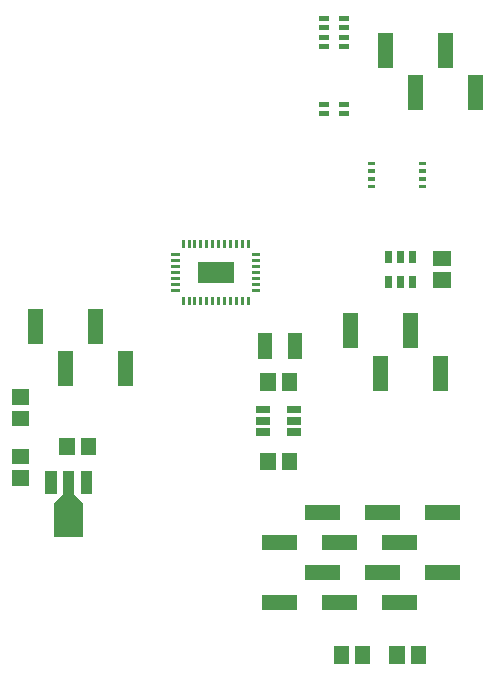
<source format=gbr>
G04 start of page 10 for group -4015 idx -4015 *
G04 Title: (unknown), toppaste *
G04 Creator: pcb 20140316 *
G04 CreationDate: Thu 22 Dec 2016 06:12:03 PM GMT UTC *
G04 For: ndholmes *
G04 Format: Gerber/RS-274X *
G04 PCB-Dimensions (mil): 2100.00 2700.00 *
G04 PCB-Coordinate-Origin: lower left *
%MOIN*%
%FSLAX25Y25*%
%LNTOPPASTE*%
%ADD94R,0.0120X0.0120*%
%ADD93R,0.0167X0.0167*%
%ADD92R,0.0500X0.0500*%
%ADD91R,0.0244X0.0244*%
%ADD90R,0.0490X0.0490*%
%ADD89R,0.0700X0.0700*%
%ADD88R,0.0098X0.0098*%
%ADD87C,0.0001*%
%ADD86R,0.0945X0.0945*%
%ADD85R,0.0378X0.0378*%
%ADD84R,0.0512X0.0512*%
%ADD83R,0.0240X0.0240*%
G54D83*X165500Y165800D02*Y164200D01*
X161600Y165800D02*Y164200D01*
X157700Y165800D02*Y164200D01*
Y157600D02*Y156000D01*
X161600Y157600D02*Y156000D01*
X165500Y157600D02*Y156000D01*
G54D84*X57543Y102393D02*Y101607D01*
X50457Y102393D02*Y101607D01*
X34607Y98543D02*X35393D01*
X34607Y91457D02*X35393D01*
G54D85*X56906Y91989D02*Y87895D01*
X51000Y91989D02*Y80179D01*
G54D86*Y78445D02*Y76555D01*
G54D87*G36*
X52885Y86010D02*X55725Y83170D01*
X54305Y81750D01*
X51465Y84590D01*
X52885Y86010D01*
G37*
G36*
X46275Y83170D02*X49115Y86010D01*
X50535Y84590D01*
X47695Y81750D01*
X46275Y83170D01*
G37*
G54D85*X45094Y91989D02*Y87895D01*
G54D88*X110827Y170335D02*Y168563D01*
X108858Y170335D02*Y168563D01*
X106890Y170335D02*Y168563D01*
X104921Y170335D02*Y168563D01*
X102953Y170335D02*Y168563D01*
X100984Y170335D02*Y168563D01*
X99016Y170335D02*Y168563D01*
X97047Y170335D02*Y168563D01*
X95079Y170335D02*Y168563D01*
X93110Y170335D02*Y168563D01*
X91142Y170335D02*Y168563D01*
X89173Y170335D02*Y168563D01*
X85728Y165906D02*X87500D01*
X85728Y163937D02*X87500D01*
X85728Y161969D02*X87500D01*
X85728Y160000D02*X87500D01*
X85728Y158031D02*X87500D01*
X85728Y156063D02*X87500D01*
X85728Y154094D02*X87500D01*
X89173Y151437D02*Y149665D01*
X91142Y151437D02*Y149665D01*
X93110Y151437D02*Y149665D01*
X95079Y151437D02*Y149665D01*
X97047Y151437D02*Y149665D01*
X99016Y151437D02*Y149665D01*
X100984Y151437D02*Y149665D01*
X102953Y151437D02*Y149665D01*
X104921Y151437D02*Y149665D01*
X106890Y151437D02*Y149665D01*
X108858Y151437D02*Y149665D01*
X110827Y151437D02*Y149665D01*
X112500Y154094D02*X114272D01*
X112500Y156063D02*X114272D01*
X112500Y158031D02*X114272D01*
X112500Y160000D02*X114272D01*
X112500Y161969D02*X114272D01*
X112500Y163937D02*X114272D01*
X112500Y165906D02*X114272D01*
G54D89*X97500Y160000D02*X102500D01*
G54D84*X34607Y111414D02*X35393D01*
X34607Y118500D02*X35393D01*
G54D90*X116500Y137300D02*Y133700D01*
X126500Y137300D02*Y133700D01*
G54D84*X117457Y123893D02*Y123107D01*
X124543Y123893D02*Y123107D01*
G54D91*X124976Y106760D02*X127339D01*
X124976Y110500D02*X127339D01*
X124976Y114240D02*X127339D01*
X114661D02*X117024D01*
X114661Y110500D02*X117024D01*
X114661Y106760D02*X117024D01*
G54D84*X117457Y97393D02*Y96607D01*
X124543Y97393D02*Y96607D01*
X175107Y157457D02*X175893D01*
X175107Y164543D02*X175893D01*
G54D92*X40000Y145327D02*Y138674D01*
X50000Y131154D02*Y124501D01*
X60000Y145327D02*Y138674D01*
X70000Y131154D02*Y124501D01*
G54D84*X160457Y32893D02*Y32107D01*
X167543Y32893D02*Y32107D01*
G54D92*X172174Y80000D02*X178827D01*
X158001Y70000D02*X164654D01*
X172174Y60000D02*X178827D01*
X158001Y50000D02*X164654D01*
X152174Y80000D02*X158827D01*
X138001Y70000D02*X144654D01*
X152174Y60000D02*X158827D01*
X138001Y50000D02*X144654D01*
X132174Y80000D02*X138827D01*
X118001Y70000D02*X124654D01*
X132174Y60000D02*X138827D01*
X118001Y50000D02*X124654D01*
X175000Y129740D02*Y123087D01*
X165000Y143913D02*Y137260D01*
X155000Y129740D02*Y123087D01*
X145000Y143913D02*Y137260D01*
G54D93*X141913Y235276D02*X143783D01*
X141913Y238425D02*X143783D01*
X141913Y241575D02*X143783D01*
X141913Y244724D02*X143783D01*
X135217D02*X137087D01*
X135217Y241575D02*X137087D01*
X135217Y238425D02*X137087D01*
X135217Y235276D02*X137087D01*
G54D84*X141914Y32893D02*Y32107D01*
X149000Y32893D02*Y32107D01*
G54D92*X186500Y223240D02*Y216587D01*
X176500Y237413D02*Y230760D01*
X166500Y223240D02*Y216587D01*
X156500Y237413D02*Y230760D01*
G54D94*X168500Y188661D02*X169500D01*
X168500Y191220D02*X169500D01*
X168500Y193780D02*X169500D01*
X168500Y196339D02*X169500D01*
X151500D02*X152500D01*
X151500Y193780D02*X152500D01*
X151500Y191220D02*X152500D01*
X151500Y188661D02*X152500D01*
G54D93*X135217Y216075D02*X137087D01*
X135217Y212925D02*X137087D01*
X141913D02*X143783D01*
X141913Y216075D02*X143783D01*
M02*

</source>
